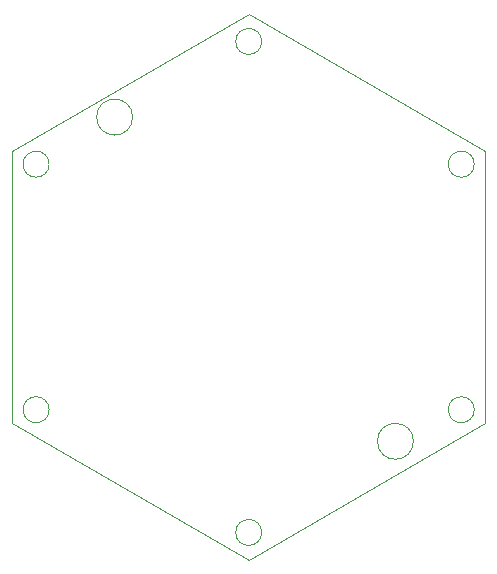
<source format=gbr>
%TF.GenerationSoftware,KiCad,Pcbnew,7.0.5*%
%TF.CreationDate,2024-01-24T02:21:02-05:00*%
%TF.ProjectId,LORA_ADAPTER,4c4f5241-5f41-4444-9150-5445522e6b69,rev?*%
%TF.SameCoordinates,Original*%
%TF.FileFunction,Profile,NP*%
%FSLAX46Y46*%
G04 Gerber Fmt 4.6, Leading zero omitted, Abs format (unit mm)*
G04 Created by KiCad (PCBNEW 7.0.5) date 2024-01-24 02:21:02*
%MOMM*%
%LPD*%
G01*
G04 APERTURE LIST*
%TA.AperFunction,Profile*%
%ADD10C,0.100000*%
%TD*%
G04 APERTURE END LIST*
D10*
X164105691Y-113169311D02*
G75*
G03*
X164105691Y-113169311I-1520691J0D01*
G01*
X130160000Y-88557605D02*
X130160000Y-111651615D01*
X169260000Y-110496915D02*
G75*
G03*
X169260000Y-110496915I-1100000J0D01*
G01*
X140330691Y-85719311D02*
G75*
G03*
X140330691Y-85719311I-1520691J0D01*
G01*
X130160000Y-111651615D02*
X150160000Y-123198621D01*
X169260000Y-89712305D02*
G75*
G03*
X169260000Y-89712305I-1100000J0D01*
G01*
X133260000Y-89712305D02*
G75*
G03*
X133260000Y-89712305I-1100000J0D01*
G01*
X150160000Y-77010599D02*
X130160000Y-88557605D01*
X170160000Y-88557605D02*
X150160000Y-77010599D01*
X151260000Y-79320000D02*
G75*
G03*
X151260000Y-79320000I-1100000J0D01*
G01*
X151260000Y-120889220D02*
G75*
G03*
X151260000Y-120889220I-1100000J0D01*
G01*
X170160000Y-111651615D02*
X170160000Y-88557605D01*
X150160000Y-123198621D02*
X170160000Y-111651615D01*
X133260000Y-110496915D02*
G75*
G03*
X133260000Y-110496915I-1100000J0D01*
G01*
M02*

</source>
